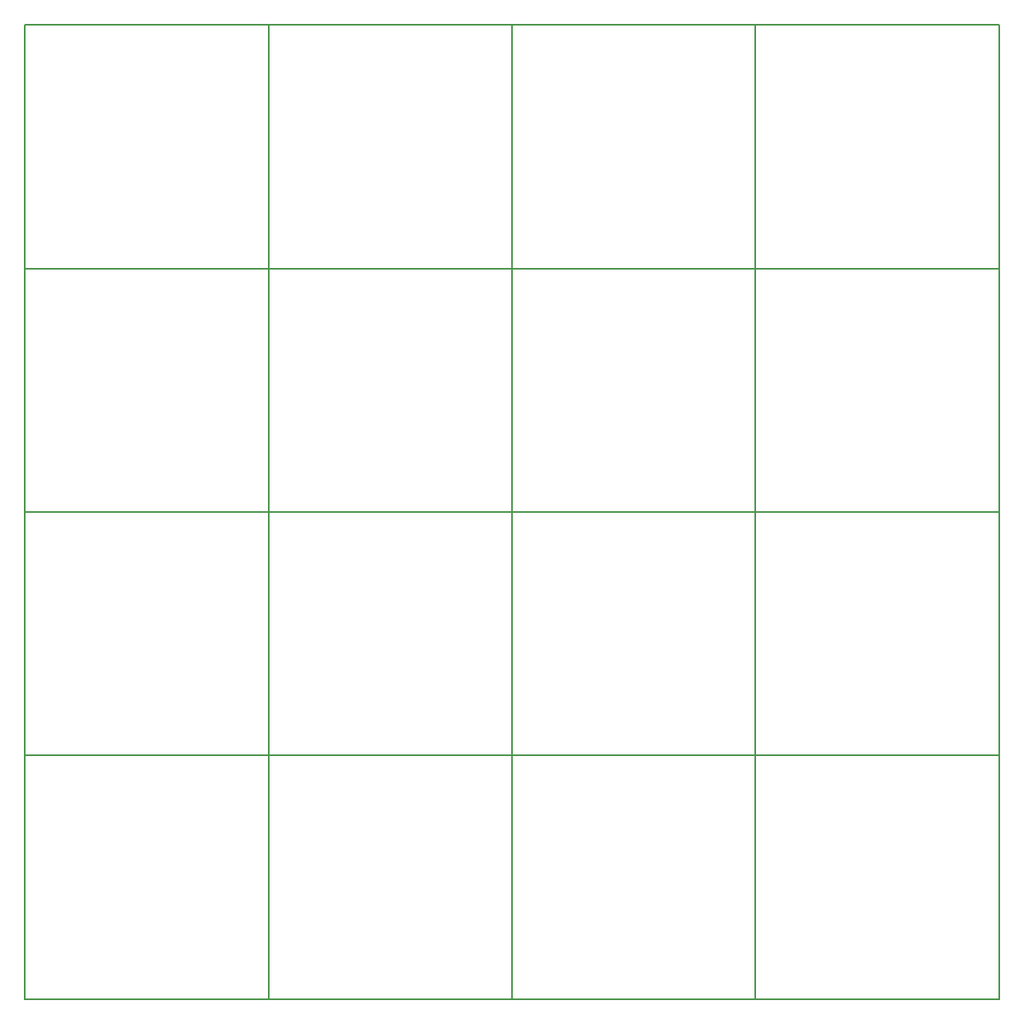
<source format=gm1>
G04 #@! TF.FileFunction,Profile,NP*
%FSLAX46Y46*%
G04 Gerber Fmt 4.6, Leading zero omitted, Abs format (unit mm)*
G04 Created by KiCad (PCBNEW 4.0.2-stable) date 11/12/2017 1:18:09 PM*
%MOMM*%
G01*
G04 APERTURE LIST*
%ADD10C,0.100000*%
%ADD11C,0.150000*%
G04 APERTURE END LIST*
D10*
D11*
X165000000Y-125000000D02*
X190000000Y-125000000D01*
X165000000Y-125000000D02*
X165000000Y-150000000D01*
X190000000Y-150000000D02*
X165000000Y-150000000D01*
X190000000Y-125000000D02*
X190000000Y-150000000D01*
X165000000Y-150000000D02*
X165000000Y-125000000D01*
X90000000Y-150000000D02*
X90000000Y-125000000D01*
X115000000Y-125000000D02*
X115000000Y-150000000D01*
X115000000Y-150000000D02*
X90000000Y-150000000D01*
X90000000Y-125000000D02*
X115000000Y-125000000D01*
X115000000Y-150000000D02*
X115000000Y-125000000D01*
X140000000Y-125000000D02*
X165000000Y-125000000D01*
X140000000Y-125000000D02*
X140000000Y-150000000D01*
X115000000Y-125000000D02*
X140000000Y-125000000D01*
X140000000Y-150000000D02*
X140000000Y-125000000D01*
X140000000Y-150000000D02*
X115000000Y-150000000D01*
X165000000Y-150000000D02*
X140000000Y-150000000D01*
X165000000Y-100000000D02*
X190000000Y-100000000D01*
X165000000Y-100000000D02*
X165000000Y-125000000D01*
X190000000Y-125000000D02*
X165000000Y-125000000D01*
X190000000Y-100000000D02*
X190000000Y-125000000D01*
X165000000Y-125000000D02*
X165000000Y-100000000D01*
X90000000Y-125000000D02*
X90000000Y-100000000D01*
X115000000Y-100000000D02*
X115000000Y-125000000D01*
X115000000Y-125000000D02*
X90000000Y-125000000D01*
X90000000Y-100000000D02*
X115000000Y-100000000D01*
X115000000Y-125000000D02*
X115000000Y-100000000D01*
X140000000Y-100000000D02*
X165000000Y-100000000D01*
X140000000Y-100000000D02*
X140000000Y-125000000D01*
X115000000Y-100000000D02*
X140000000Y-100000000D01*
X140000000Y-125000000D02*
X140000000Y-100000000D01*
X140000000Y-125000000D02*
X115000000Y-125000000D01*
X165000000Y-125000000D02*
X140000000Y-125000000D01*
X165000000Y-75000000D02*
X190000000Y-75000000D01*
X165000000Y-75000000D02*
X165000000Y-100000000D01*
X190000000Y-100000000D02*
X165000000Y-100000000D01*
X190000000Y-75000000D02*
X190000000Y-100000000D01*
X165000000Y-100000000D02*
X165000000Y-75000000D01*
X90000000Y-100000000D02*
X90000000Y-75000000D01*
X115000000Y-75000000D02*
X115000000Y-100000000D01*
X115000000Y-100000000D02*
X90000000Y-100000000D01*
X90000000Y-75000000D02*
X115000000Y-75000000D01*
X115000000Y-100000000D02*
X115000000Y-75000000D01*
X140000000Y-75000000D02*
X165000000Y-75000000D01*
X140000000Y-75000000D02*
X140000000Y-100000000D01*
X115000000Y-75000000D02*
X140000000Y-75000000D01*
X140000000Y-100000000D02*
X140000000Y-75000000D01*
X140000000Y-100000000D02*
X115000000Y-100000000D01*
X165000000Y-100000000D02*
X140000000Y-100000000D01*
X190000000Y-75000000D02*
X165000000Y-75000000D01*
X165000000Y-75000000D02*
X140000000Y-75000000D01*
X140000000Y-75000000D02*
X140000000Y-50000000D01*
X165000000Y-50000000D02*
X165000000Y-75000000D01*
X165000000Y-50000000D02*
X190000000Y-50000000D01*
X190000000Y-50000000D02*
X190000000Y-75000000D01*
X165000000Y-75000000D02*
X165000000Y-50000000D01*
X140000000Y-50000000D02*
X165000000Y-50000000D01*
X115000000Y-50000000D02*
X140000000Y-50000000D01*
X140000000Y-75000000D02*
X115000000Y-75000000D01*
X115000000Y-75000000D02*
X115000000Y-50000000D01*
X140000000Y-50000000D02*
X140000000Y-75000000D01*
X90000000Y-75000000D02*
X90000000Y-50000000D01*
X115000000Y-75000000D02*
X90000000Y-75000000D01*
X115000000Y-50000000D02*
X115000000Y-75000000D01*
X90000000Y-50000000D02*
X115000000Y-50000000D01*
M02*

</source>
